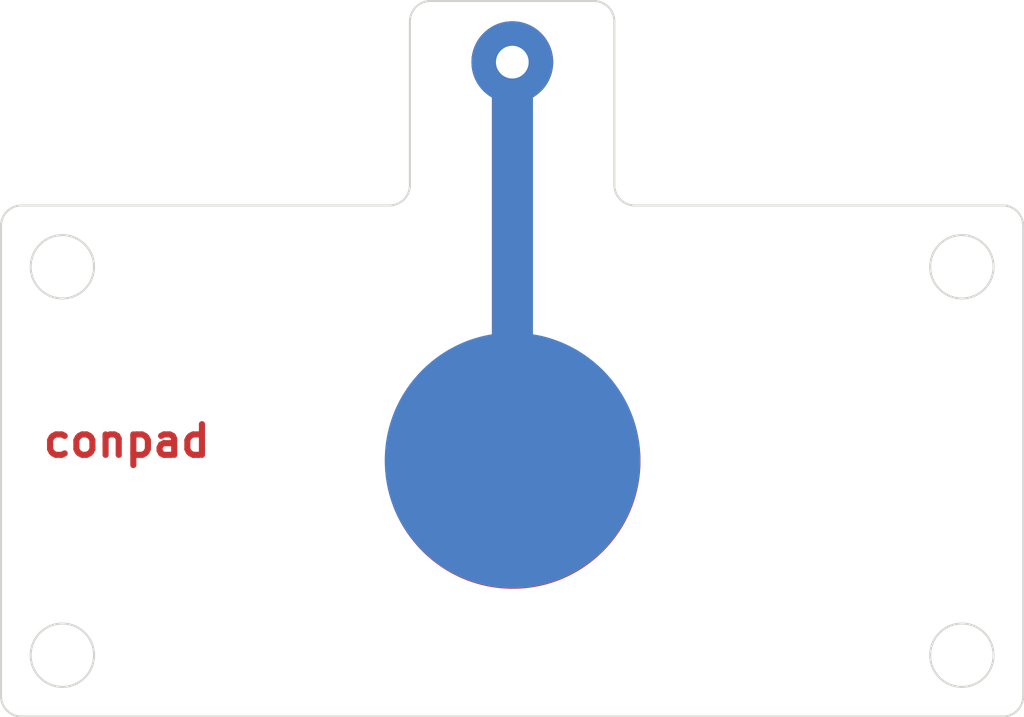
<source format=kicad_pcb>
(kicad_pcb (version 20171130) (host pcbnew "(5.1.5)-3")

  (general
    (thickness 1.6)
    (drawings 26)
    (tracks 4)
    (zones 0)
    (modules 3)
    (nets 2)
  )

  (page A4)
  (layers
    (0 F.Cu signal)
    (31 B.Cu signal)
    (32 B.Adhes user)
    (33 F.Adhes user)
    (34 B.Paste user)
    (35 F.Paste user)
    (36 B.SilkS user)
    (37 F.SilkS user)
    (38 B.Mask user)
    (39 F.Mask user)
    (40 Dwgs.User user)
    (41 Cmts.User user)
    (42 Eco1.User user)
    (43 Eco2.User user)
    (44 Edge.Cuts user)
    (45 Margin user)
    (46 B.CrtYd user)
    (47 F.CrtYd user)
    (48 B.Fab user)
    (49 F.Fab user)
  )

  (setup
    (last_trace_width 0.25)
    (trace_clearance 0.2)
    (zone_clearance 0.508)
    (zone_45_only no)
    (trace_min 0.2)
    (via_size 0.8)
    (via_drill 0.4)
    (via_min_size 0.4)
    (via_min_drill 0.3)
    (uvia_size 0.3)
    (uvia_drill 0.1)
    (uvias_allowed no)
    (uvia_min_size 0.2)
    (uvia_min_drill 0.1)
    (edge_width 0.05)
    (segment_width 0.2)
    (pcb_text_width 0.3)
    (pcb_text_size 1.5 1.5)
    (mod_edge_width 0.12)
    (mod_text_size 1 1)
    (mod_text_width 0.15)
    (pad_size 12.5 12.5)
    (pad_drill 0)
    (pad_to_mask_clearance 0.051)
    (solder_mask_min_width 0.25)
    (aux_axis_origin 0 0)
    (visible_elements 7FFFFFFF)
    (pcbplotparams
      (layerselection 0x010fc_ffffffff)
      (usegerberextensions false)
      (usegerberattributes false)
      (usegerberadvancedattributes false)
      (creategerberjobfile false)
      (excludeedgelayer true)
      (linewidth 0.100000)
      (plotframeref false)
      (viasonmask false)
      (mode 1)
      (useauxorigin false)
      (hpglpennumber 1)
      (hpglpenspeed 20)
      (hpglpendiameter 15.000000)
      (psnegative false)
      (psa4output false)
      (plotreference true)
      (plotvalue true)
      (plotinvisibletext false)
      (padsonsilk false)
      (subtractmaskfromsilk false)
      (outputformat 1)
      (mirror false)
      (drillshape 1)
      (scaleselection 1)
      (outputdirectory ""))
  )

  (net 0 "")
  (net 1 "Net-(J1-Pad1)")

  (net_class Default "This is the default net class."
    (clearance 0.2)
    (trace_width 0.25)
    (via_dia 0.8)
    (via_drill 0.4)
    (uvia_dia 0.3)
    (uvia_drill 0.1)
    (add_net "Net-(J1-Pad1)")
  )

  (module kicad_footprint_general:H_oneHole (layer F.Cu) (tedit 5F6EA0C5) (tstamp 5F6EA1B8)
    (at 129.26 89.57)
    (path /5F6E95BB)
    (fp_text reference J1 (at 0 -1.7) (layer F.SilkS) hide
      (effects (font (size 1 1) (thickness 0.15)))
    )
    (fp_text value Conn_01x01 (at 0 -0.5) (layer F.Fab) hide
      (effects (font (size 1 1) (thickness 0.15)))
    )
    (pad 1 thru_hole circle (at 0 0) (size 4 4) (drill 1.6) (layers *.Cu *.Mask)
      (net 1 "Net-(J1-Pad1)"))
  )

  (module kicad_footprint_general:H_oneHole (layer F.Cu) (tedit 5F6EA103) (tstamp 5F6EA134)
    (at 129.28 109.08)
    (path /5F6E9311)
    (fp_text reference J2 (at 0 -1.7) (layer F.SilkS) hide
      (effects (font (size 1 1) (thickness 0.15)))
    )
    (fp_text value Conn_01x01 (at 0 -0.5) (layer F.Fab) hide
      (effects (font (size 1 1) (thickness 0.15)))
    )
    (pad 1 smd circle (at 0 0) (size 12.5 12.5) (layers F.Cu F.Paste F.Mask)
      (net 1 "Net-(J1-Pad1)"))
  )

  (module kicad_footprint_general:H_oneHole (layer B.Cu) (tedit 5F6EA13E) (tstamp 5F6EA139)
    (at 129.27 109.05)
    (path /5F6EB23D)
    (fp_text reference J3 (at 0 1.7) (layer B.SilkS) hide
      (effects (font (size 1 1) (thickness 0.15)) (justify mirror))
    )
    (fp_text value Conn_01x01 (at 0 0.5) (layer B.Fab) hide
      (effects (font (size 1 1) (thickness 0.15)) (justify mirror))
    )
    (pad 1 smd circle (at 0 0) (size 12.5 12.5) (layers B.Cu B.Paste B.Mask)
      (net 1 "Net-(J1-Pad1)"))
  )

  (gr_text conpad (at 110.4 108.1) (layer F.Cu)
    (effects (font (size 1.5 1.5) (thickness 0.3)))
  )
  (gr_line (start 134.25 95.58) (end 134.25 87.58) (layer Edge.Cuts) (width 0.1))
  (gr_arc (start 153.25 120.58) (end 153.25 121.58) (angle -90) (layer Edge.Cuts) (width 0.1))
  (gr_line (start 128.25 91.31205) (end 128.25 102.910518) (layer Dwgs.User) (width 0.1))
  (gr_arc (start 133.25 87.58) (end 134.25 87.58) (angle -90) (layer Edge.Cuts) (width 0.1))
  (gr_arc (start 129.25 109.08) (end 128.25 102.910518) (angle -341.5862076) (layer Dwgs.User) (width 0.1))
  (gr_arc (start 125.25 87.58) (end 125.25 86.58) (angle -90) (layer Edge.Cuts) (width 0.1))
  (gr_circle (center 107.25 99.58) (end 108.8 99.58) (layer Edge.Cuts) (width 0.1))
  (gr_circle (center 151.25 99.58) (end 152.8 99.58) (layer Edge.Cuts) (width 0.1))
  (gr_arc (start 129.25 89.58) (end 130.25 91.31205) (angle -300) (layer Dwgs.User) (width 0.1))
  (gr_circle (center 151.25 118.58) (end 152.8 118.58) (layer Edge.Cuts) (width 0.1))
  (gr_line (start 105.25 96.58) (end 123.25 96.58) (layer Edge.Cuts) (width 0.1))
  (gr_line (start 130.25 102.910518) (end 130.25 91.31205) (layer Dwgs.User) (width 0.1))
  (gr_arc (start 153.25 97.58) (end 154.25 97.58) (angle -90) (layer Edge.Cuts) (width 0.1))
  (gr_line (start 135.25 96.58) (end 153.25 96.58) (layer Edge.Cuts) (width 0.1))
  (gr_circle (center 129.25 89.58) (end 130.05 89.58) (layer Dwgs.User) (width 0.1))
  (gr_line (start 124.25 87.58) (end 124.25 95.58) (layer Edge.Cuts) (width 0.1))
  (gr_arc (start 135.25 95.58) (end 134.25 95.58) (angle -90) (layer Edge.Cuts) (width 0.1))
  (gr_arc (start 123.25 95.58) (end 123.25 96.58) (angle -90) (layer Edge.Cuts) (width 0.1))
  (gr_circle (center 107.25 118.58) (end 108.8 118.58) (layer Edge.Cuts) (width 0.1))
  (gr_line (start 133.25 86.58) (end 125.25 86.58) (layer Edge.Cuts) (width 0.1))
  (gr_arc (start 105.25 97.58) (end 105.25 96.58) (angle -90) (layer Edge.Cuts) (width 0.1))
  (gr_arc (start 105.25 120.58) (end 104.25 120.58) (angle -90) (layer Edge.Cuts) (width 0.1))
  (gr_line (start 154.25 97.58) (end 154.25 120.58) (layer Edge.Cuts) (width 0.1))
  (gr_line (start 153.25 121.58) (end 105.25 121.58) (layer Edge.Cuts) (width 0.1))
  (gr_line (start 104.25 120.58) (end 104.25 97.58) (layer Edge.Cuts) (width 0.1))

  (segment (start 129.27 89.58) (end 129.26 89.57) (width 2) (layer B.Cu) (net 1))
  (segment (start 129.27 109.05) (end 129.27 89.58) (width 2) (layer B.Cu) (net 1))
  (segment (start 129.26 109.06) (end 129.28 109.08) (width 2) (layer F.Cu) (net 1))
  (segment (start 129.26 89.57) (end 129.26 109.06) (width 2) (layer F.Cu) (net 1))

)

</source>
